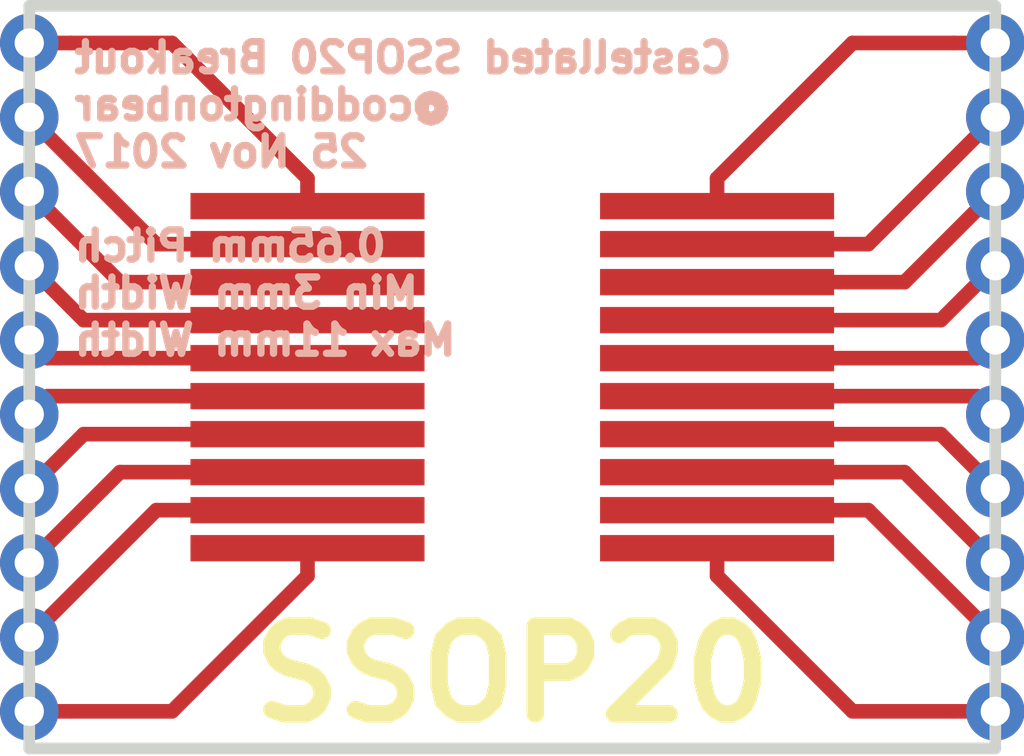
<source format=kicad_pcb>
(kicad_pcb (version 20221018) (generator pcbnew)
  (layers (0 "F.Cu" signal) (31 "B.Cu" signal) (34 "B.Paste" user) (35 "F.Paste" user) (36 "B.SilkS" user "B.Silkscreen") (37 "F.SilkS" user "F.Silkscreen") (38 "B.Mask" user) (39 "F.Mask" user) (44 "Edge.Cuts" user))
  (net 0 "")
  (footprint "adamgreig/agg-kicad/agg.pretty:SSOP-20" (layer "F.Cu") (at 116.205 79.375)
    (fp_text reference "REF**")
    (fp_text value "SSOP-20")
    (pad "1" smd rect (at -3.5 -2.925) (size 4 0.45) (layers "F.Cu" "F.Paste" "F.Mask"))
    (pad "2" smd rect (at -3.5 -2.275) (size 4 0.45) (layers "F.Cu" "F.Paste" "F.Mask"))
    (pad "3" smd rect (at -3.5 -1.625) (size 4 0.45) (layers "F.Cu" "F.Paste" "F.Mask"))
    (pad "4" smd rect (at -3.5 -0.975) (size 4 0.45) (layers "F.Cu" "F.Paste" "F.Mask"))
    (pad "5" smd rect (at -3.5 -0.325) (size 4 0.45) (layers "F.Cu" "F.Paste" "F.Mask"))
    (pad "6" smd rect (at -3.5 0.325) (size 4 0.45) (layers "F.Cu" "F.Paste" "F.Mask"))
    (pad "7" smd rect (at -3.5 0.975) (size 4 0.45) (layers "F.Cu" "F.Paste" "F.Mask"))
    (pad "8" smd rect (at -3.5 1.625) (size 4 0.45) (layers "F.Cu" "F.Paste" "F.Mask"))
    (pad "9" smd rect (at -3.5 2.275) (size 4 0.45) (layers "F.Cu" "F.Paste" "F.Mask"))
    (pad "10" smd rect (at -3.5 2.925) (size 4 0.45) (layers "F.Cu" "F.Paste" "F.Mask"))
    (pad "11" smd rect (at 3.5 2.925) (size 4 0.45) (layers "F.Cu" "F.Paste" "F.Mask"))
    (pad "12" smd rect (at 3.5 2.275) (size 4 0.45) (layers "F.Cu" "F.Paste" "F.Mask"))
    (pad "13" smd rect (at 3.5 1.625) (size 4 0.45) (layers "F.Cu" "F.Paste" "F.Mask"))
    (pad "14" smd rect (at 3.5 0.975) (size 4 0.45) (layers "F.Cu" "F.Paste" "F.Mask"))
    (pad "15" smd rect (at 3.5 0.325) (size 4 0.45) (layers "F.Cu" "F.Paste" "F.Mask"))
    (pad "16" smd rect (at 3.5 -0.325) (size 4 0.45) (layers "F.Cu" "F.Paste" "F.Mask"))
    (pad "17" smd rect (at 3.5 -0.975) (size 4 0.45) (layers "F.Cu" "F.Paste" "F.Mask"))
    (pad "18" smd rect (at 3.5 -1.625) (size 4 0.45) (layers "F.Cu" "F.Paste" "F.Mask"))
    (pad "19" smd rect (at 3.5 -2.275) (size 4 0.45) (layers "F.Cu" "F.Paste" "F.Mask"))
    (pad "20" smd rect (at 3.5 -2.925) (size 4 0.45) (layers "F.Cu" "F.Paste" "F.Mask"))
  )
  (gr_line (start 124.46 85.725) (end 107.95 85.725) (stroke (width 0.2)) (layer "Edge.Cuts"))
  (gr_line (start 124.46 73.025) (end 124.46 85.725) (stroke (width 0.2)) (layer "Edge.Cuts"))
  (gr_line (start 107.95 85.725) (end 107.95 73.025) (stroke (width 0.2)) (layer "Edge.Cuts"))
  (gr_line (start 107.95 73.025) (end 124.46 73.025) (stroke (width 0.2)) (layer "Edge.Cuts"))
  (gr_text "Castellated SSOP20 Breakout\n@coddingtonbear\n25 Nov 2017\n\n0.65mm Pitch\nMin 3mm Width\nMax 11mm WIdth" (at 108.6612 76.327) (layer "B.SilkS") (effects (font (size 0.5 0.5) (thickness 0.125)) (justify right mirror)))
  (gr_text "SSOP20" (at 116.205 84.455) (layer "F.SilkS") (effects (font (size 1.5 1.5) (thickness 0.3))))
  (segment (start 119.705 76.45) (end 119.705 75.975) (width 0.25) (layer "F.Cu") (net 0))
  (segment (start 123.53 80.35) (end 124.46 81.28) (width 0.25) (layer "F.Cu") (net 0))
  (segment (start 108.26 79.7) (end 107.95 80.01) (width 0.25) (layer "F.Cu") (net 0))
  (segment (start 108.26 79.05) (end 107.95 78.74) (width 0.25) (layer "F.Cu") (net 0))
  (segment (start 112.705 82.3) (end 112.705 82.775) (width 0.25) (layer "F.Cu") (net 0))
  (segment (start 110.12 81.65) (end 107.95 83.82) (width 0.25) (layer "F.Cu") (net 0))
  (segment (start 108.88 78.4) (end 107.95 77.47) (width 0.25) (layer "F.Cu") (net 0))
  (segment (start 122.02 85.09) (end 123.752894 85.09) (width 0.25) (layer "F.Cu") (net 0))
  (segment (start 119.705 75.975) (end 122.02 73.66) (width 0.25) (layer "F.Cu") (net 0))
  (segment (start 112.705 76.45) (end 112.705 75.975) (width 0.25) (layer "F.Cu") (net 0))
  (segment (start 108.88 80.35) (end 107.95 81.28) (width 0.25) (layer "F.Cu") (net 0))
  (segment (start 119.705 77.75) (end 122.91 77.75) (width 0.25) (layer "F.Cu") (net 0))
  (segment (start 112.705 81) (end 109.5 81) (width 0.25) (layer "F.Cu") (net 0))
  (segment (start 108.657106 73.66) (end 107.95 73.66) (width 0.25) (layer "F.Cu") (net 0))
  (segment (start 108.657106 85.09) (end 107.95 85.09) (width 0.25) (layer "F.Cu") (net 0))
  (segment (start 119.705 77.1) (end 122.29 77.1) (width 0.25) (layer "F.Cu") (net 0))
  (segment (start 123.752894 85.09) (end 124.46 85.09) (width 0.25) (layer "F.Cu") (net 0))
  (segment (start 124.15 79.7) (end 124.46 80.01) (width 0.25) (layer "F.Cu") (net 0))
  (segment (start 112.705 82.775) (end 110.39 85.09) (width 0.25) (layer "F.Cu") (net 0))
  (segment (start 122.02 73.66) (end 123.752894 73.66) (width 0.25) (layer "F.Cu") (net 0))
  (segment (start 112.705 80.35) (end 108.88 80.35) (width 0.25) (layer "F.Cu") (net 0))
  (segment (start 112.705 78.4) (end 108.88 78.4) (width 0.25) (layer "F.Cu") (net 0))
  (segment (start 112.705 77.75) (end 109.5 77.75) (width 0.25) (layer "F.Cu") (net 0))
  (segment (start 110.39 85.09) (end 108.657106 85.09) (width 0.25) (layer "F.Cu") (net 0))
  (segment (start 119.705 81) (end 122.91 81) (width 0.25) (layer "F.Cu") (net 0))
  (segment (start 122.29 81.65) (end 124.46 83.82) (width 0.25) (layer "F.Cu") (net 0))
  (segment (start 110.12 77.1) (end 107.95 74.93) (width 0.25) (layer "F.Cu") (net 0))
  (segment (start 112.705 79.05) (end 108.26 79.05) (width 0.25) (layer "F.Cu") (net 0))
  (segment (start 119.705 80.35) (end 123.53 80.35) (width 0.25) (layer "F.Cu") (net 0))
  (segment (start 109.5 77.75) (end 107.95 76.2) (width 0.25) (layer "F.Cu") (net 0))
  (segment (start 119.705 82.775) (end 122.02 85.09) (width 0.25) (layer "F.Cu") (net 0))
  (segment (start 109.5 81) (end 107.95 82.55) (width 0.25) (layer "F.Cu") (net 0))
  (segment (start 112.705 75.975) (end 110.39 73.66) (width 0.25) (layer "F.Cu") (net 0))
  (segment (start 119.705 79.7) (end 124.15 79.7) (width 0.25) (layer "F.Cu") (net 0))
  (segment (start 123.752894 73.66) (end 124.46 73.66) (width 0.25) (layer "F.Cu") (net 0))
  (segment (start 124.15 79.05) (end 124.46 78.74) (width 0.25) (layer "F.Cu") (net 0))
  (segment (start 110.39 73.66) (end 108.657106 73.66) (width 0.25) (layer "F.Cu") (net 0))
  (segment (start 122.91 81) (end 124.46 82.55) (width 0.25) (layer "F.Cu") (net 0))
  (segment (start 112.705 79.7) (end 108.26 79.7) (width 0.25) (layer "F.Cu") (net 0))
  (segment (start 122.91 77.75) (end 124.46 76.2) (width 0.25) (layer "F.Cu") (net 0))
  (segment (start 122.29 77.1) (end 124.46 74.93) (width 0.25) (layer "F.Cu") (net 0))
  (segment (start 112.705 81.65) (end 110.12 81.65) (width 0.25) (layer "F.Cu") (net 0))
  (segment (start 119.705 81.65) (end 122.29 81.65) (width 0.25) (layer "F.Cu") (net 0))
  (segment (start 112.705 77.1) (end 110.12 77.1) (width 0.25) (layer "F.Cu") (net 0))
  (segment (start 123.53 78.4) (end 124.46 77.47) (width 0.25) (layer "F.Cu") (net 0))
  (segment (start 119.705 78.4) (end 123.53 78.4) (width 0.25) (layer "F.Cu") (net 0))
  (segment (start 119.705 79.05) (end 124.15 79.05) (width 0.25) (layer "F.Cu") (net 0))
  (segment (start 119.705 82.3) (end 119.705 82.775) (width 0.25) (layer "F.Cu") (net 0))
  (via (at 124.46 80.01) (size 1) (drill 0.5) (layers "F.Cu" "B.Cu") (net 0))
  (via (at 124.46 82.55) (size 1) (drill 0.5) (layers "F.Cu" "B.Cu") (net 0))
  (via (at 107.95 76.2) (size 1) (drill 0.5) (layers "F.Cu" "B.Cu") (net 0))
  (via (at 124.46 74.93) (size 1) (drill 0.5) (layers "F.Cu" "B.Cu") (net 0))
  (via (at 107.95 78.74) (size 1) (drill 0.5) (layers "F.Cu" "B.Cu") (net 0))
  (via (at 107.95 82.55) (size 1) (drill 0.5) (layers "F.Cu" "B.Cu") (net 0))
  (via (at 107.95 74.93) (size 1) (drill 0.5) (layers "F.Cu" "B.Cu") (net 0))
  (via (at 107.95 73.66) (size 1) (drill 0.5) (layers "F.Cu" "B.Cu") (net 0))
  (via (at 107.95 85.09) (size 1) (drill 0.5) (layers "F.Cu" "B.Cu") (net 0))
  (via (at 107.95 81.28) (size 1) (drill 0.5) (layers "F.Cu" "B.Cu") (net 0))
  (via (at 124.46 76.2) (size 1) (drill 0.5) (layers "F.Cu" "B.Cu") (net 0))
  (via (at 124.46 78.74) (size 1) (drill 0.5) (layers "F.Cu" "B.Cu") (net 0))
  (via (at 124.46 83.82) (size 1) (drill 0.5) (layers "F.Cu" "B.Cu") (net 0))
  (via (at 124.46 85.09) (size 1) (drill 0.5) (layers "F.Cu" "B.Cu") (net 0))
  (via (at 107.95 77.47) (size 1) (drill 0.5) (layers "F.Cu" "B.Cu") (net 0))
  (via (at 124.46 73.66) (size 1) (drill 0.5) (layers "F.Cu" "B.Cu") (net 0))
  (via (at 107.95 83.82) (size 1) (drill 0.5) (layers "F.Cu" "B.Cu") (net 0))
  (via (at 124.46 77.47) (size 1) (drill 0.5) (layers "F.Cu" "B.Cu") (net 0))
  (via (at 107.95 80.01) (size 1) (drill 0.5) (layers "F.Cu" "B.Cu") (net 0))
  (via (at 124.46 81.28) (size 1) (drill 0.5) (layers "F.Cu" "B.Cu") (net 0))
)
</source>
